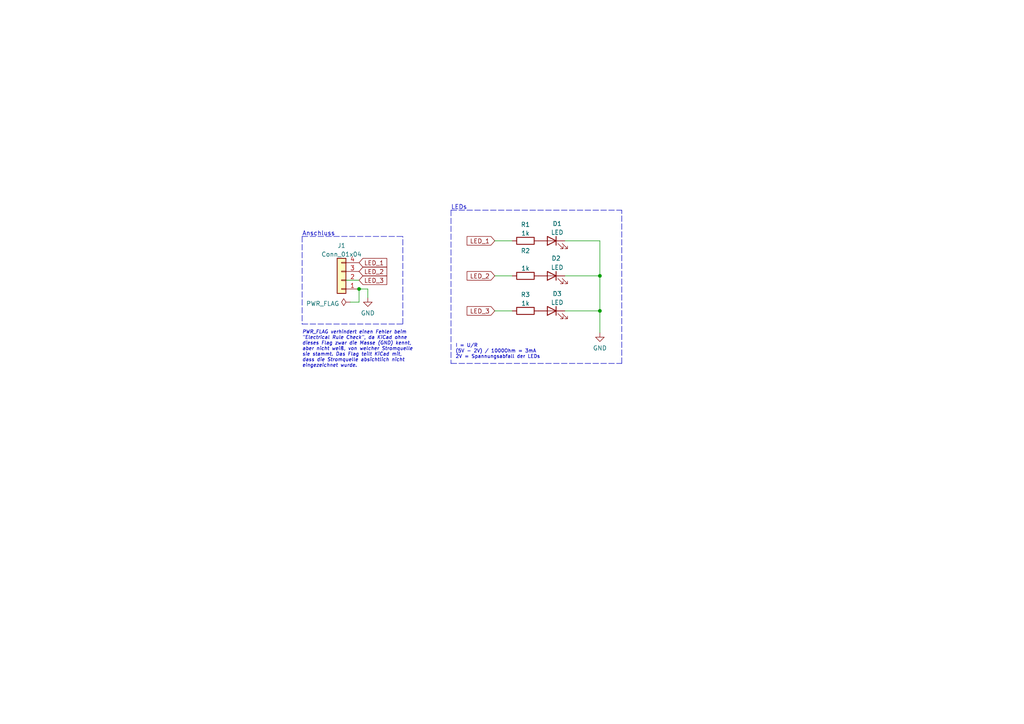
<source format=kicad_sch>
(kicad_sch (version 20211123) (generator eeschema)
  (paper "A4")
  (title_block (title "Simples 3-LED-Board") (rev "1") (company "Dennis Schulmeister-Zimolong") (comment 1 "Beispiel für Wahlmodul IoT"))
  (lib_symbols
    (symbol "Connector_Generic:Conn_01x04" (pin_names (offset 1.016) hide)
      (property "Reference" "J" (at 0 5.08 0))
      (property "Value" "Conn_01x04" (at 0 -7.62 0))
      (symbol "Conn_01x04_1_1"
        (rectangle (start -1.27 -4.953) (end 0 -5.207) (stroke (width 0.1524)))
        (rectangle (start -1.27 -2.413) (end 0 -2.667) (stroke (width 0.1524)))
        (rectangle (start -1.27 0.127) (end 0 -0.127) (stroke (width 0.1524)))
        (rectangle (start -1.27 2.667) (end 0 2.413) (stroke (width 0.1524)))
        (rectangle (start -1.27 3.81) (end 1.27 -6.35) (stroke (width 0.254)) (fill (type background)))
        (pin passive line (at -5.08 2.54 0) (length 3.81) (name "Pin_1") (number "1"))
        (pin passive line (at -5.08 0 0) (length 3.81) (name "Pin_2") (number "2"))
        (pin passive line (at -5.08 -2.54 0) (length 3.81) (name "Pin_3") (number "3"))
        (pin passive line (at -5.08 -5.08 0) (length 3.81) (name "Pin_4") (number "4"))
      )
    )
    (symbol "Device:LED" (pin_numbers hide) (pin_names (offset 1.016) hide)
      (property "Reference" "D" (at 0 2.54 0))
      (property "Value" "LED" (at 0 -2.54 0))
      (symbol "LED_0_1"
        (polyline (pts (xy -1.27 -1.27) (xy -1.27 1.27)) (stroke (width 0.254)))
        (polyline (pts (xy -1.27 0) (xy 1.27 0)))
        (polyline (pts (xy 1.27 -1.27) (xy 1.27 1.27) (xy -1.27 0) (xy 1.27 -1.27)) (stroke (width 0.254)))
        (polyline (pts (xy -3.048 -0.762) (xy -4.572 -2.286) (xy -3.81 -2.286) (xy -4.572 -2.286) (xy -4.572 -1.524)))
        (polyline (pts (xy -1.778 -0.762) (xy -3.302 -2.286) (xy -2.54 -2.286) (xy -3.302 -2.286) (xy -3.302 -1.524)))
      )
      (symbol "LED_1_1"
        (pin passive line (at -3.81 0 0) (length 2.54) (name "K") (number "1"))
        (pin passive line (at 3.81 0 180) (length 2.54) (name "A") (number "2"))
      )
    )
    (symbol "Device:R" (pin_numbers hide) (pin_names (offset 0))
      (property "Reference" "R" (at 2.032 0 90))
      (property "Value" "R" (at 0 0 90))
      (symbol "R_0_1"
        (rectangle (start -1.016 -2.54) (end 1.016 2.54) (stroke (width 0.254)))
      )
      (symbol "R_1_1"
        (pin passive line (at 0 3.81 270) (length 1.27) (name "~") (number "1"))
        (pin passive line (at 0 -3.81 90) (length 1.27) (name "~") (number "2"))
      )
    )
    (symbol "power:GND" (power) (pin_names (offset 0))
      (property "Value" "GND" (at 0 -3.81 0))
      (symbol "GND_0_1"
        (polyline (pts (xy 0 0) (xy 0 -1.27) (xy 1.27 -1.27) (xy 0 -2.54) (xy -1.27 -1.27) (xy 0 -1.27)))
      )
      (symbol "GND_1_1"
        (pin power_in line (at 0 0 270) (length 0) hide (name "GND") (number "1"))
      )
    )
    (symbol "power:PWR_FLAG" (power) (pin_numbers hide) (pin_names (offset 0) hide)
      (property "Value" "PWR_FLAG" (at 0 3.81 0))
      (symbol "PWR_FLAG_0_0"
        (pin power_out line (at 0 0 90) (length 0) (name "pwr") (number "1"))
      )
      (symbol "PWR_FLAG_0_1"
        (polyline (pts (xy 0 0) (xy 0 1.27) (xy -1.016 1.905) (xy 0 2.54) (xy 1.016 1.905) (xy 0 1.27)))
      )
    )
  )
  (junction (at 173.99 80.01))
  (junction (at 173.99 90.17))
  (junction (at 104.14 83.82))
  (polyline (pts (xy 87.63 93.98) (xy 116.84 93.98)))
  (wire (pts (xy 163.83 90.17) (xy 173.99 90.17)))
  (wire (pts (xy 163.83 69.85) (xy 173.99 69.85)))
  (wire (pts (xy 173.99 69.85) (xy 173.99 80.01)))
  (wire (pts (xy 173.99 80.01) (xy 173.99 90.17)))
  (polyline (pts (xy 130.81 60.96) (xy 180.34 60.96)))
  (polyline (pts (xy 180.34 105.41) (xy 180.34 60.96)))
  (polyline (pts (xy 130.81 60.96) (xy 130.81 105.41)))
  (polyline (pts (xy 87.63 68.58) (xy 87.63 93.98)))
  (wire (pts (xy 101.6 87.63) (xy 104.14 87.63)))
  (wire (pts (xy 104.14 87.63) (xy 104.14 83.82)))
  (wire (pts (xy 106.68 83.82) (xy 106.68 86.36)))
  (wire (pts (xy 143.51 80.01) (xy 148.59 80.01)))
  (wire (pts (xy 143.51 90.17) (xy 148.59 90.17)))
  (wire (pts (xy 100.33 81.28) (xy 104.14 81.28)))
  (polyline (pts (xy 116.84 93.98) (xy 116.84 68.58)))
  (wire (pts (xy 104.14 83.82) (xy 106.68 83.82)))
  (wire (pts (xy 173.99 90.17) (xy 173.99 96.52)))
  (polyline (pts (xy 130.81 105.41) (xy 180.34 105.41)))
  (wire (pts (xy 143.51 69.85) (xy 148.59 69.85)))
  (polyline (pts (xy 87.63 68.58) (xy 116.84 68.58)))
  (wire (pts (xy 163.83 80.01) (xy 173.99 80.01)))
  (text "I = U/R\n(5V - 2V) / 1000Ohm = 3mA\n2V = Spannungsabfall der LEDs" (at 132.08 104.14 0) (effects (font (size 1 1)) (justify left bottom)))
  (text "Anschluss" (at 87.63 68.58 0) (effects (font (size 1.27 1.27)) (justify left bottom)))
  (text "PWR_FLAG verhindert einen Fehler beim\n\"Electrical Rule Check\", da KiCad ohne\ndieses Flag zwar die Masse (GND) kennt,\naber nicht weiß, von welcher Stromquelle\nsie stammt. Das Flag teilt KiCad mit,\ndass die Stromquelle absichtlich nicht\neingezeichnet wurde.\n" (at 87.63 106.68 0) (effects (font (size 1 1) italic) (justify left bottom)))
  (text "LEDs" (at 130.81 60.96 0) (effects (font (size 1.27 1.27)) (justify left bottom)))
  (global_label "LED_2" (shape input) (at 104.14 78.74 0) (property "Intersheet References" "${INTERSHEET_REFS}" (effects hide)))
  (global_label "LED_3" (shape input) (at 143.51 90.17 180) (property "Intersheet References" "${INTERSHEET_REFS}" (effects hide)))
  (global_label "LED_3" (shape input) (at 104.14 81.28 0) (property "Intersheet References" "${INTERSHEET_REFS}" (effects hide)))
  (global_label "LED_1" (shape input) (at 104.14 76.2 0) (property "Intersheet References" "${INTERSHEET_REFS}" (effects hide)))
  (global_label "LED_1" (shape input) (at 143.51 69.85 180) (property "Intersheet References" "${INTERSHEET_REFS}" (effects hide)))
  (global_label "LED_2" (shape input) (at 143.51 80.01 180) (property "Intersheet References" "${INTERSHEET_REFS}" (effects hide)))
  (symbol (lib_id "power:GND") (at 106.68 86.36 0) (unit 1)
    (property "Reference" "#PWR01" (effects hide))
    (property "Value" "GND" (at 106.68 90.8034 0))
  )
  (symbol (lib_id "Connector_Generic:Conn_01x04") (at 99.06 81.28 180) (unit 1)
    (property "Reference" "J1" (at 99.06 71.2302 0))
    (property "Value" "Conn_01x04" (at 99.06 73.7671 0))
    (property "Footprint" "Connector_PinHeader_2.54mm:PinHeader_1x04_P2.54mm_Vertical" (effects hide))
  )
  (symbol (lib_id "Device:R") (at 152.4 69.85 90) (unit 1)
    (property "Reference" "R1" (at 152.4 65.1342 90))
    (property "Value" "1k" (at 152.4 67.6711 90))
    (property "Footprint" "Resistor_THT:R_Axial_DIN0204_L3.6mm_D1.6mm_P5.08mm_Horizontal" (effects hide))
  )
  (symbol (lib_id "power:GND") (at 173.99 96.52 0) (unit 1)
    (property "Reference" "#PWR02" (effects hide))
    (property "Value" "GND" (at 173.99 100.9634 0))
  )
  (symbol (lib_id "Device:LED") (at 160.02 80.01 0) (mirror y) (unit 1)
    (property "Reference" "D2" (at 161.29 74.93 0))
    (property "Value" "LED" (at 161.6075 77.5771 0))
    (property "Footprint" "LED_THT:LED_D3.0mm" (effects hide))
  )
  (symbol (lib_id "Device:LED") (at 160.02 90.17 0) (mirror y) (unit 1)
    (property "Reference" "D3" (at 161.6075 85.2002 0))
    (property "Value" "LED" (at 161.6075 87.7371 0))
    (property "Footprint" "LED_THT:LED_D3.0mm" (effects hide))
  )
  (symbol (lib_id "power:PWR_FLAG") (at 101.6 87.63 90) (unit 1)
    (property "Reference" "#FLG01" (effects hide))
    (property "Value" "PWR_FLAG" (at 98.4251 88.0638 90) (effects (justify left)))
  )
  (symbol (lib_id "Device:R") (at 152.4 80.01 90) (unit 1)
    (property "Reference" "R2" (at 152.4 72.7542 90))
    (property "Value" "1k" (at 152.4 77.8311 90))
    (property "Footprint" "Resistor_THT:R_Axial_DIN0204_L3.6mm_D1.6mm_P5.08mm_Horizontal" (effects hide))
  )
  (symbol (lib_id "Device:R") (at 152.4 90.17 90) (unit 1)
    (property "Reference" "R3" (at 152.4 85.4542 90))
    (property "Value" "1k" (at 152.4 87.9911 90))
    (property "Footprint" "Resistor_THT:R_Axial_DIN0204_L3.6mm_D1.6mm_P5.08mm_Horizontal" (effects hide))
  )
  (symbol (lib_id "Device:LED") (at 160.02 69.85 0) (mirror y) (unit 1)
    (property "Reference" "D1" (at 161.6075 64.8802 0))
    (property "Value" "LED" (at 161.6075 67.4171 0))
    (property "Footprint" "LED_THT:LED_D3.0mm" (effects hide))
  )
)
</source>
